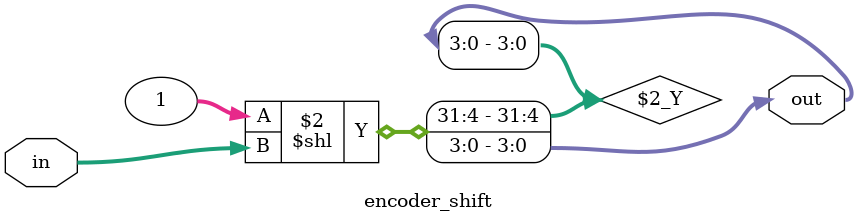
<source format=v>
module encoder_shift(input [1:0] in, output reg [3:0] out);

always @ (in) begin
    out = (1 << in);
end

endmodule

</source>
